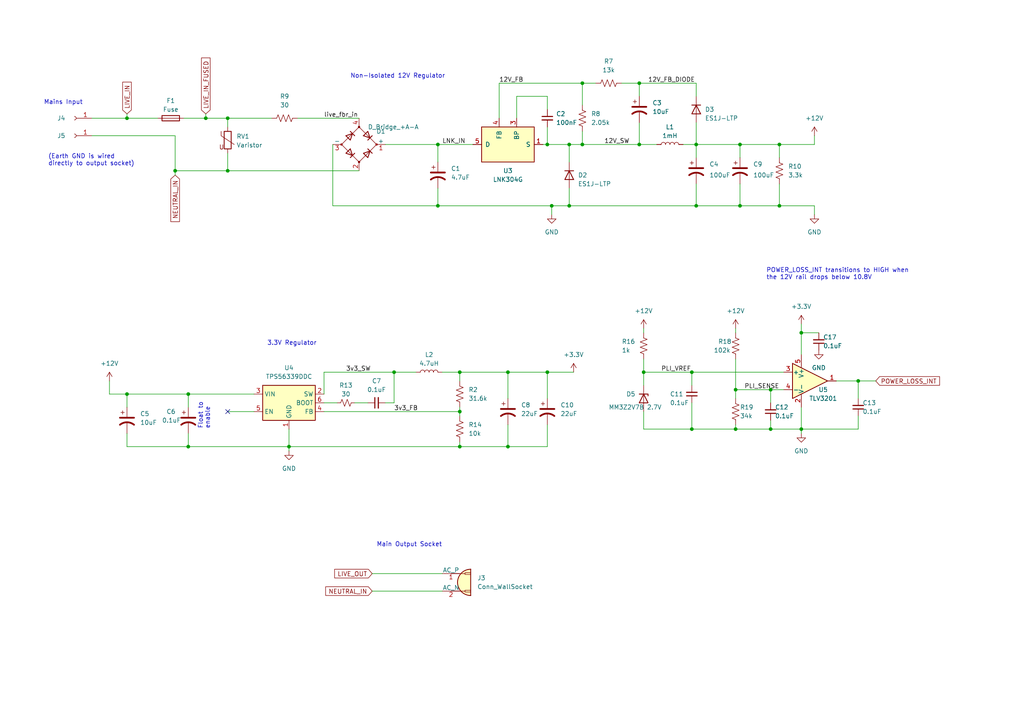
<source format=kicad_sch>
(kicad_sch (version 20230121) (generator eeschema)
  (paper "A4")
  (lib_symbols
    (symbol "Connector:Conn_01x01_Socket" (pin_names (offset 1.016) hide)
      (property "Reference" "J" (at 0 2.54 0))
      (property "Value" "Conn_01x01_Socket" (at 0 -2.54 0))
      (symbol "Conn_01x01_Socket_1_1"
        (polyline (pts (xy -1.27 0) (xy -0.508 0)) (stroke (width 0.1524)))
        (arc (start 0 0.508) (mid -0.5058 0) (end 0 -0.508) (stroke (width 0.1524)))
        (pin passive line (at -5.08 0 0) (length 3.81) (name "Pin_1") (number "1"))
      )
    )
    (symbol "Connector:Conn_WallSocket" (pin_names (offset 0))
      (property "Reference" "J" (at 1.27 4.445 0))
      (property "Value" "Conn_WallSocket" (at 5.08 0 90))
      (symbol "Conn_WallSocket_0_1"
        (polyline (pts (xy 1.524 -2.54) (xy -2.54 -2.54)))
        (polyline (pts (xy 1.524 2.54) (xy -2.54 2.54)))
        (polyline (pts (xy 3.175 -3.81) (xy 3.175 3.81)) (stroke (width 0.254)))
        (rectangle (start 3.175 -2.794) (end 1.524 -2.286))
        (rectangle (start 3.175 2.286) (end 1.524 2.794))
        (arc (start 3.175 3.81) (mid -0.6184 0) (end 3.175 -3.81) (stroke (width 0.254)) (fill (type background)))
      )
      (symbol "Conn_WallSocket_1_1"
        (pin power_in line (at -5.08 2.54 0) (length 5.08) (name "AC_P") (number "1"))
        (pin power_in line (at -5.08 -2.54 0) (length 5.08) (name "AC_N") (number "2"))
      )
    )
    (symbol "Device:C_Polarized_US" (pin_numbers hide) (pin_names (offset 0.254) hide)
      (property "Reference" "C" (at 0.635 2.54 0))
      (property "Value" "C_Polarized_US" (at 0.635 -2.54 0))
      (symbol "C_Polarized_US_0_1"
        (polyline (pts (xy -2.032 0.762) (xy 2.032 0.762)) (stroke (width 0.508)))
        (polyline (pts (xy -1.778 2.286) (xy -0.762 2.286)))
        (polyline (pts (xy -1.27 1.778) (xy -1.27 2.794)))
        (arc (start 2.032 -1.27) (mid 0 -0.5572) (end -2.032 -1.27) (stroke (width 0.508)))
      )
      (symbol "C_Polarized_US_1_1"
        (pin passive line (at 0 3.81 270) (length 2.794) (name "~") (number "1"))
        (pin passive line (at 0 -3.81 90) (length 3.302) (name "~") (number "2"))
      )
    )
    (symbol "Device:C_Small" (pin_numbers hide) (pin_names (offset 0.254) hide)
      (property "Reference" "C" (at 0.254 1.778 0))
      (property "Value" "C_Small" (at 0.254 -2.032 0))
      (symbol "C_Small_0_1"
        (polyline (pts (xy -1.524 -0.508) (xy 1.524 -0.508)) (stroke (width 0.3302)))
        (polyline (pts (xy -1.524 0.508) (xy 1.524 0.508)) (stroke (width 0.3048)))
      )
      (symbol "C_Small_1_1"
        (pin passive line (at 0 2.54 270) (length 2.032) (name "~") (number "1"))
        (pin passive line (at 0 -2.54 90) (length 2.032) (name "~") (number "2"))
      )
    )
    (symbol "Device:D" (pin_numbers hide) (pin_names (offset 1.016) hide)
      (property "Reference" "D" (at 0 2.54 0))
      (property "Value" "D" (at 0 -2.54 0))
      (symbol "D_0_1"
        (polyline (pts (xy -1.27 1.27) (xy -1.27 -1.27)) (stroke (width 0.254)))
        (polyline (pts (xy 1.27 0) (xy -1.27 0)))
        (polyline (pts (xy 1.27 1.27) (xy 1.27 -1.27) (xy -1.27 0) (xy 1.27 1.27)) (stroke (width 0.254)))
      )
      (symbol "D_1_1"
        (pin passive line (at -3.81 0 0) (length 2.54) (name "K") (number "1"))
        (pin passive line (at 3.81 0 180) (length 2.54) (name "A") (number "2"))
      )
    )
    (symbol "Device:D_Bridge_+A-A" (pin_names (offset 0))
      (property "Reference" "D" (at 2.54 6.985 0))
      (property "Value" "D_Bridge_+A-A" (at 2.54 5.08 0))
      (symbol "D_Bridge_+A-A_0_1"
        (circle (center -5.08 0) (radius 0.254) (fill (type outline)))
        (circle (center 0 -5.08) (radius 0.254) (fill (type outline)))
        (polyline (pts (xy -2.54 3.81) (xy -1.27 2.54)) (stroke (width 0.254)))
        (polyline (pts (xy -1.27 -2.54) (xy -2.54 -3.81)) (stroke (width 0.254)))
        (polyline (pts (xy 2.54 -1.27) (xy 3.81 -2.54)) (stroke (width 0.254)))
        (polyline (pts (xy 2.54 1.27) (xy 3.81 2.54)) (stroke (width 0.254)))
        (polyline (pts (xy -3.81 2.54) (xy -2.54 1.27) (xy -1.905 3.175) (xy -3.81 2.54)) (stroke (width 0.254)))
        (polyline (pts (xy -2.54 -1.27) (xy -3.81 -2.54) (xy -1.905 -3.175) (xy -2.54 -1.27)) (stroke (width 0.254)))
        (polyline (pts (xy 1.27 2.54) (xy 2.54 3.81) (xy 3.175 1.905) (xy 1.27 2.54)) (stroke (width 0.254)))
        (polyline (pts (xy 3.175 -1.905) (xy 1.27 -2.54) (xy 2.54 -3.81) (xy 3.175 -1.905)) (stroke (width 0.254)))
        (polyline (pts (xy -5.08 0) (xy 0 -5.08) (xy 5.08 0) (xy 0 5.08) (xy -5.08 0)))
        (circle (center 0 5.08) (radius 0.254) (fill (type outline)))
        (circle (center 5.08 0) (radius 0.254) (fill (type outline)))
      )
      (symbol "D_Bridge_+A-A_1_1"
        (pin passive line (at 7.62 0 180) (length 2.54) (name "+") (number "1"))
        (pin passive line (at 0 -7.62 90) (length 2.54) (name "~") (number "2"))
        (pin passive line (at -7.62 0 0) (length 2.54) (name "-") (number "3"))
        (pin passive line (at 0 7.62 270) (length 2.54) (name "~") (number "4"))
      )
    )
    (symbol "Device:D_Zener" (pin_numbers hide) (pin_names (offset 1.016) hide)
      (property "Reference" "D" (at 0 2.54 0))
      (property "Value" "D_Zener" (at 0 -2.54 0))
      (symbol "D_Zener_0_1"
        (polyline (pts (xy 1.27 0) (xy -1.27 0)))
        (polyline (pts (xy -1.27 -1.27) (xy -1.27 1.27) (xy -0.762 1.27)) (stroke (width 0.254)))
        (polyline (pts (xy 1.27 -1.27) (xy 1.27 1.27) (xy -1.27 0) (xy 1.27 -1.27)) (stroke (width 0.254)))
      )
      (symbol "D_Zener_1_1"
        (pin passive line (at -3.81 0 0) (length 2.54) (name "K") (number "1"))
        (pin passive line (at 3.81 0 180) (length 2.54) (name "A") (number "2"))
      )
    )
    (symbol "Device:Fuse" (pin_numbers hide) (pin_names (offset 0))
      (property "Reference" "F" (at 2.032 0 90))
      (property "Value" "Fuse" (at -1.905 0 90))
      (symbol "Fuse_0_1"
        (rectangle (start -0.762 -2.54) (end 0.762 2.54) (stroke (width 0.254)))
        (polyline (pts (xy 0 2.54) (xy 0 -2.54)))
      )
      (symbol "Fuse_1_1"
        (pin passive line (at 0 3.81 270) (length 1.27) (name "~") (number "1"))
        (pin passive line (at 0 -3.81 90) (length 1.27) (name "~") (number "2"))
      )
    )
    (symbol "Device:L" (pin_numbers hide) (pin_names (offset 1.016) hide)
      (property "Reference" "L" (at -1.27 0 90))
      (property "Value" "L" (at 1.905 0 90))
      (symbol "L_0_1"
        (arc (start 0 -2.54) (mid 0.6323 -1.905) (end 0 -1.27))
        (arc (start 0 -1.27) (mid 0.6323 -0.635) (end 0 0))
        (arc (start 0 0) (mid 0.6323 0.635) (end 0 1.27))
        (arc (start 0 1.27) (mid 0.6323 1.905) (end 0 2.54))
      )
      (symbol "L_1_1"
        (pin passive line (at 0 3.81 270) (length 1.27) (name "1") (number "1"))
        (pin passive line (at 0 -3.81 90) (length 1.27) (name "2") (number "2"))
      )
    )
    (symbol "Device:R_Small_US" (pin_numbers hide) (pin_names (offset 0.254) hide)
      (property "Reference" "R" (at 0.762 0.508 0))
      (property "Value" "R_Small_US" (at 0.762 -1.016 0))
      (symbol "R_Small_US_1_1"
        (polyline (pts (xy 0 0) (xy 1.016 -0.381) (xy 0 -0.762) (xy -1.016 -1.143) (xy 0 -1.524)))
        (polyline (pts (xy 0 1.524) (xy 1.016 1.143) (xy 0 0.762) (xy -1.016 0.381) (xy 0 0)))
        (pin passive line (at 0 2.54 270) (length 1.016) (name "~") (number "1"))
        (pin passive line (at 0 -2.54 90) (length 1.016) (name "~") (number "2"))
      )
    )
    (symbol "Device:R_US" (pin_numbers hide) (pin_names (offset 0))
      (property "Reference" "R" (at 2.54 0 90))
      (property "Value" "R_US" (at -2.54 0 90))
      (symbol "R_US_0_1"
        (polyline (pts (xy 0 -2.286) (xy 0 -2.54)))
        (polyline (pts (xy 0 2.286) (xy 0 2.54)))
        (polyline (pts (xy 0 -0.762) (xy 1.016 -1.143) (xy 0 -1.524) (xy -1.016 -1.905) (xy 0 -2.286)))
        (polyline (pts (xy 0 0.762) (xy 1.016 0.381) (xy 0 0) (xy -1.016 -0.381) (xy 0 -0.762)))
        (polyline (pts (xy 0 2.286) (xy 1.016 1.905) (xy 0 1.524) (xy -1.016 1.143) (xy 0 0.762)))
      )
      (symbol "R_US_1_1"
        (pin passive line (at 0 3.81 270) (length 1.27) (name "~") (number "1"))
        (pin passive line (at 0 -3.81 90) (length 1.27) (name "~") (number "2"))
      )
    )
    (symbol "Device:Varistor" (pin_numbers hide) (pin_names (offset 0))
      (property "Reference" "RV" (at 3.175 0 90))
      (property "Value" "Varistor" (at -3.175 0 90))
      (symbol "Varistor_0_0"
        (text "U" (at -1.778 -2.032 0) (effects (font (size 1.27 1.27))))
      )
      (symbol "Varistor_0_1"
        (rectangle (start -1.016 -2.54) (end 1.016 2.54) (stroke (width 0.254)))
        (polyline (pts (xy -1.905 2.54) (xy -1.905 1.27) (xy 1.905 -1.27)))
      )
      (symbol "Varistor_1_1"
        (pin passive line (at 0 3.81 270) (length 1.27) (name "~") (number "1"))
        (pin passive line (at 0 -3.81 90) (length 1.27) (name "~") (number "2"))
      )
    )
    (symbol "Regulator_Switching:LNK304G" (pin_names (offset 1.016))
      (property "Reference" "U" (at 0 -6.35 0))
      (property "Value" "LNK304G" (at 0 -8.89 0))
      (symbol "LNK304G_0_1"
        (rectangle (start -7.62 5.08) (end 7.62 -5.08) (stroke (width 0.254)) (fill (type background)))
      )
      (symbol "LNK304G_1_1"
        (pin power_in line (at 10.16 0 180) (length 2.54) (name "S") (number "1"))
        (pin passive line (at 10.16 0 180) (length 2.54) hide (name "S") (number "2"))
        (pin input line (at 2.54 7.62 270) (length 2.54) (name "BP") (number "3"))
        (pin input line (at -2.54 7.62 270) (length 2.54) (name "FB") (number "4"))
        (pin open_collector line (at -10.16 0 0) (length 2.54) (name "D") (number "5"))
        (pin passive line (at 10.16 0 180) (length 2.54) hide (name "S") (number "7"))
        (pin passive line (at 10.16 0 180) (length 2.54) hide (name "S") (number "8"))
      )
    )
    (symbol "Regulator_Switching:TPS56339DDC"
      (property "Reference" "U" (at -7.62 6.35 0))
      (property "Value" "TPS56339DDC" (at -2.54 6.35 0))
      (symbol "TPS56339DDC_0_1"
        (rectangle (start -7.62 5.08) (end 7.62 -5.08) (stroke (width 0.254)) (fill (type background)))
      )
      (symbol "TPS56339DDC_1_1"
        (pin power_in line (at 0 -7.62 90) (length 2.54) (name "GND") (number "1"))
        (pin power_out line (at 10.16 2.54 180) (length 2.54) (name "SW") (number "2"))
        (pin power_in line (at -10.16 2.54 0) (length 2.54) (name "VIN") (number "3"))
        (pin input line (at 10.16 -2.54 180) (length 2.54) (name "FB") (number "4"))
        (pin input line (at -10.16 -2.54 0) (length 2.54) (name "EN") (number "5"))
        (pin passive line (at 10.16 0 180) (length 2.54) (name "BOOT") (number "6"))
      )
    )
    (symbol "comparators_sps:TLV3201" (pin_names (offset 0.127))
      (property "Reference" "U" (at 0 5.08 0))
      (property "Value" "TLV3201" (at 0 -5.08 0))
      (symbol "TLV3201_0_1"
        (polyline (pts (xy -5.08 5.08) (xy 5.08 0) (xy -5.08 -5.08) (xy -5.08 5.08)) (stroke (width 0.254)) (fill (type background)))
        (pin power_in line (at -2.54 -7.62 90) (length 3.81) (name "V-") (number "2"))
        (pin power_in line (at -2.54 7.62 270) (length 3.81) (name "V+") (number "5"))
      )
      (symbol "TLV3201_1_1"
        (pin output line (at 7.62 0 180) (length 2.54) (name "~") (number "1"))
        (pin input line (at -7.62 2.54 0) (length 2.54) (name "+") (number "3"))
        (pin input line (at -7.62 -2.54 0) (length 2.54) (name "-") (number "4"))
      )
    )
    (symbol "power:+12V" (power) (pin_names (offset 0))
      (property "Value" "+12V" (at 0 3.556 0))
      (symbol "+12V_0_1"
        (polyline (pts (xy -0.762 1.27) (xy 0 2.54)))
        (polyline (pts (xy 0 0) (xy 0 2.54)))
        (polyline (pts (xy 0 2.54) (xy 0.762 1.27)))
      )
      (symbol "+12V_1_1"
        (pin power_in line (at 0 0 90) (length 0) hide (name "+12V") (number "1"))
      )
    )
    (symbol "power:+3.3V" (power) (pin_names (offset 0))
      (property "Value" "+3.3V" (at 0 3.556 0))
      (symbol "+3.3V_0_1"
        (polyline (pts (xy -0.762 1.27) (xy 0 2.54)))
        (polyline (pts (xy 0 0) (xy 0 2.54)))
        (polyline (pts (xy 0 2.54) (xy 0.762 1.27)))
      )
      (symbol "+3.3V_1_1"
        (pin power_in line (at 0 0 90) (length 0) hide (name "+3.3V") (number "1"))
      )
    )
    (symbol "power:GND" (power) (pin_names (offset 0))
      (property "Value" "GND" (at 0 -3.81 0))
      (symbol "GND_0_1"
        (polyline (pts (xy 0 0) (xy 0 -1.27) (xy 1.27 -1.27) (xy 0 -2.54) (xy -1.27 -1.27) (xy 0 -1.27)))
      )
      (symbol "GND_1_1"
        (pin power_in line (at 0 0 270) (length 0) hide (name "GND") (number "1"))
      )
    )
  )
  (junction (at 59.69 34.29))
  (junction (at 114.3 107.95))
  (junction (at 147.32 107.95))
  (junction (at 54.61 114.3))
  (junction (at 147.32 129.54))
  (junction (at 226.06 59.69))
  (junction (at 127 59.69))
  (junction (at 223.52 124.46))
  (junction (at 185.42 24.13))
  (junction (at 186.69 107.95))
  (junction (at 201.93 59.69))
  (junction (at 158.75 41.91))
  (junction (at 54.61 129.54))
  (junction (at 200.66 124.46))
  (junction (at 127 41.91))
  (junction (at 133.35 119.38))
  (junction (at 158.75 107.95))
  (junction (at 83.82 129.54))
  (junction (at 214.63 59.69))
  (junction (at 165.1 41.91))
  (junction (at 133.35 129.54))
  (junction (at 200.66 107.95))
  (junction (at 36.83 34.29))
  (junction (at 232.41 96.52))
  (junction (at 213.36 113.03))
  (junction (at 185.42 41.91))
  (junction (at 168.91 41.91))
  (junction (at 160.02 59.69))
  (junction (at 50.8 49.53))
  (junction (at 223.52 113.03))
  (junction (at 36.83 114.3))
  (junction (at 248.92 110.49))
  (junction (at 232.41 124.46))
  (junction (at 214.63 41.91))
  (junction (at 168.91 24.13))
  (junction (at 226.06 41.91))
  (junction (at 165.1 59.69))
  (junction (at 66.04 34.29))
  (junction (at 133.35 107.95))
  (junction (at 66.04 49.53))
  (junction (at 201.93 41.91))
  (junction (at 213.36 124.46))
  (no_connect (at 66.04 119.38))
  (wire (pts (xy 127 59.69) (xy 160.02 59.69)))
  (wire (pts (xy 168.91 24.13) (xy 172.72 24.13)))
  (wire (pts (xy 114.3 107.95) (xy 120.65 107.95)))
  (wire (pts (xy 165.1 59.69) (xy 201.93 59.69)))
  (wire (pts (xy 36.83 114.3) (xy 36.83 118.11)))
  (wire (pts (xy 223.52 121.92) (xy 223.52 124.46)))
  (wire (pts (xy 214.63 59.69) (xy 226.06 59.69)))
  (wire (pts (xy 213.36 95.25) (xy 213.36 96.52)))
  (wire (pts (xy 214.63 41.91) (xy 226.06 41.91)))
  (wire (pts (xy 144.78 24.13) (xy 144.78 34.29)))
  (wire (pts (xy 133.35 107.95) (xy 133.35 110.49)))
  (wire (pts (xy 168.91 41.91) (xy 185.42 41.91)))
  (wire (pts (xy 54.61 114.3) (xy 73.66 114.3)))
  (wire (pts (xy 201.93 59.69) (xy 214.63 59.69)))
  (wire (pts (xy 66.04 49.53) (xy 104.14 49.53)))
  (wire (pts (xy 160.02 59.69) (xy 160.02 62.23)))
  (wire (pts (xy 111.76 116.84) (xy 114.3 116.84)))
  (wire (pts (xy 213.36 113.03) (xy 223.52 113.03)))
  (wire (pts (xy 180.34 24.13) (xy 185.42 24.13)))
  (wire (pts (xy 93.98 114.3) (xy 93.98 107.95)))
  (wire (pts (xy 214.63 53.34) (xy 214.63 59.69)))
  (wire (pts (xy 53.34 34.29) (xy 59.69 34.29)))
  (wire (pts (xy 128.27 107.95) (xy 133.35 107.95)))
  (wire (pts (xy 236.22 39.37) (xy 236.22 41.91)))
  (wire (pts (xy 200.66 124.46) (xy 213.36 124.46)))
  (wire (pts (xy 111.76 41.91) (xy 127 41.91)))
  (wire (pts (xy 201.93 41.91) (xy 201.93 45.72)))
  (wire (pts (xy 158.75 41.91) (xy 165.1 41.91)))
  (wire (pts (xy 133.35 118.11) (xy 133.35 119.38)))
  (wire (pts (xy 213.36 104.14) (xy 213.36 113.03)))
  (wire (pts (xy 186.69 95.25) (xy 186.69 96.52)))
  (wire (pts (xy 50.8 49.53) (xy 50.8 39.37)))
  (wire (pts (xy 36.83 114.3) (xy 31.75 114.3)))
  (wire (pts (xy 186.69 107.95) (xy 186.69 111.76)))
  (wire (pts (xy 232.41 124.46) (xy 232.41 125.73)))
  (wire (pts (xy 200.66 116.84) (xy 200.66 124.46)))
  (wire (pts (xy 147.32 107.95) (xy 158.75 107.95)))
  (wire (pts (xy 96.52 41.91) (xy 96.52 59.69)))
  (wire (pts (xy 186.69 124.46) (xy 200.66 124.46)))
  (wire (pts (xy 93.98 116.84) (xy 97.79 116.84)))
  (wire (pts (xy 86.36 34.29) (xy 104.14 34.29)))
  (wire (pts (xy 248.92 110.49) (xy 254 110.49)))
  (wire (pts (xy 66.04 34.29) (xy 66.04 36.83)))
  (wire (pts (xy 93.98 119.38) (xy 133.35 119.38)))
  (wire (pts (xy 223.52 113.03) (xy 223.52 116.84)))
  (wire (pts (xy 102.87 116.84) (xy 106.68 116.84)))
  (wire (pts (xy 198.12 41.91) (xy 201.93 41.91)))
  (wire (pts (xy 200.66 107.95) (xy 200.66 111.76)))
  (wire (pts (xy 223.52 113.03) (xy 227.33 113.03)))
  (wire (pts (xy 66.04 34.29) (xy 78.74 34.29)))
  (wire (pts (xy 165.1 54.61) (xy 165.1 59.69)))
  (wire (pts (xy 223.52 124.46) (xy 232.41 124.46)))
  (wire (pts (xy 165.1 41.91) (xy 168.91 41.91)))
  (wire (pts (xy 83.82 129.54) (xy 133.35 129.54)))
  (wire (pts (xy 158.75 27.94) (xy 149.86 27.94)))
  (wire (pts (xy 26.67 34.29) (xy 36.83 34.29)))
  (wire (pts (xy 242.57 110.49) (xy 248.92 110.49)))
  (wire (pts (xy 232.41 96.52) (xy 232.41 102.87)))
  (wire (pts (xy 96.52 59.69) (xy 127 59.69)))
  (wire (pts (xy 149.86 27.94) (xy 149.86 34.29)))
  (wire (pts (xy 200.66 107.95) (xy 227.33 107.95)))
  (wire (pts (xy 226.06 41.91) (xy 236.22 41.91)))
  (wire (pts (xy 83.82 129.54) (xy 83.82 130.81)))
  (wire (pts (xy 186.69 104.14) (xy 186.69 107.95)))
  (wire (pts (xy 232.41 118.11) (xy 232.41 124.46)))
  (wire (pts (xy 168.91 24.13) (xy 144.78 24.13)))
  (wire (pts (xy 158.75 123.19) (xy 158.75 129.54)))
  (wire (pts (xy 127 41.91) (xy 137.16 41.91)))
  (wire (pts (xy 165.1 41.91) (xy 165.1 46.99)))
  (wire (pts (xy 160.02 59.69) (xy 165.1 59.69)))
  (wire (pts (xy 54.61 125.73) (xy 54.61 129.54)))
  (wire (pts (xy 26.67 39.37) (xy 50.8 39.37)))
  (wire (pts (xy 168.91 24.13) (xy 168.91 30.48)))
  (wire (pts (xy 66.04 34.29) (xy 59.69 34.29)))
  (wire (pts (xy 158.75 36.83) (xy 158.75 41.91)))
  (wire (pts (xy 127 54.61) (xy 127 59.69)))
  (wire (pts (xy 107.95 166.37) (xy 128.27 166.37)))
  (wire (pts (xy 213.36 124.46) (xy 213.36 123.19)))
  (wire (pts (xy 226.06 41.91) (xy 226.06 45.72)))
  (wire (pts (xy 54.61 114.3) (xy 54.61 118.11)))
  (wire (pts (xy 147.32 129.54) (xy 158.75 129.54)))
  (wire (pts (xy 201.93 41.91) (xy 214.63 41.91)))
  (wire (pts (xy 201.93 59.69) (xy 201.93 53.34)))
  (wire (pts (xy 83.82 124.46) (xy 83.82 129.54)))
  (wire (pts (xy 213.36 113.03) (xy 213.36 115.57)))
  (wire (pts (xy 168.91 38.1) (xy 168.91 41.91)))
  (wire (pts (xy 248.92 124.46) (xy 232.41 124.46)))
  (wire (pts (xy 36.83 114.3) (xy 54.61 114.3)))
  (wire (pts (xy 201.93 27.94) (xy 201.93 24.13)))
  (wire (pts (xy 158.75 31.75) (xy 158.75 27.94)))
  (wire (pts (xy 133.35 128.27) (xy 133.35 129.54)))
  (wire (pts (xy 185.42 24.13) (xy 185.42 27.94)))
  (wire (pts (xy 50.8 49.53) (xy 50.8 50.8)))
  (wire (pts (xy 107.95 171.45) (xy 128.27 171.45)))
  (wire (pts (xy 147.32 107.95) (xy 133.35 107.95)))
  (wire (pts (xy 248.92 120.65) (xy 248.92 124.46)))
  (wire (pts (xy 236.22 59.69) (xy 236.22 62.23)))
  (wire (pts (xy 158.75 107.95) (xy 158.75 115.57)))
  (wire (pts (xy 36.83 33.02) (xy 36.83 34.29)))
  (wire (pts (xy 213.36 124.46) (xy 223.52 124.46)))
  (wire (pts (xy 54.61 129.54) (xy 83.82 129.54)))
  (wire (pts (xy 147.32 115.57) (xy 147.32 107.95)))
  (wire (pts (xy 36.83 129.54) (xy 54.61 129.54)))
  (wire (pts (xy 147.32 123.19) (xy 147.32 129.54)))
  (wire (pts (xy 73.66 119.38) (xy 66.04 119.38)))
  (wire (pts (xy 232.41 93.98) (xy 232.41 96.52)))
  (wire (pts (xy 36.83 125.73) (xy 36.83 129.54)))
  (wire (pts (xy 232.41 96.52) (xy 237.49 96.52)))
  (wire (pts (xy 248.92 110.49) (xy 248.92 115.57)))
  (wire (pts (xy 201.93 24.13) (xy 185.42 24.13)))
  (wire (pts (xy 127 41.91) (xy 127 46.99)))
  (wire (pts (xy 50.8 49.53) (xy 66.04 49.53)))
  (wire (pts (xy 59.69 33.02) (xy 59.69 34.29)))
  (wire (pts (xy 186.69 119.38) (xy 186.69 124.46)))
  (wire (pts (xy 133.35 119.38) (xy 133.35 120.65)))
  (wire (pts (xy 185.42 35.56) (xy 185.42 41.91)))
  (wire (pts (xy 157.48 41.91) (xy 158.75 41.91)))
  (wire (pts (xy 201.93 35.56) (xy 201.93 41.91)))
  (wire (pts (xy 158.75 107.95) (xy 166.37 107.95)))
  (wire (pts (xy 186.69 107.95) (xy 200.66 107.95)))
  (wire (pts (xy 31.75 110.49) (xy 31.75 114.3)))
  (wire (pts (xy 147.32 129.54) (xy 133.35 129.54)))
  (wire (pts (xy 66.04 44.45) (xy 66.04 49.53)))
  (wire (pts (xy 93.98 107.95) (xy 114.3 107.95)))
  (wire (pts (xy 185.42 41.91) (xy 190.5 41.91)))
  (wire (pts (xy 214.63 41.91) (xy 214.63 45.72)))
  (wire (pts (xy 226.06 53.34) (xy 226.06 59.69)))
  (wire (pts (xy 114.3 116.84) (xy 114.3 107.95)))
  (wire (pts (xy 36.83 34.29) (xy 45.72 34.29)))
  (wire (pts (xy 226.06 59.69) (xy 236.22 59.69)))
  (text "Main Output Socket" (at 109.22 158.75 0) (effects (font (size 1.27 1.27)) (justify left bottom)))
  (text "(Earth GND is wired \ndirectly to output socket)" (at 13.97 48.26 0) (effects (font (size 1.27 1.27)) (justify left bottom)))
  (text "Mains Input" (at 12.7 30.48 0) (effects (font (size 1.27 1.27)) (justify left bottom)))
  (text "Non-Isolated 12V Regulator" (at 101.6 22.86 0) (effects (font (size 1.27 1.27)) (justify left bottom)))
  (text "3.3V Regulator" (at 77.47 100.33 0) (effects (font (size 1.27 1.27)) (justify left bottom)))
  (text "Float to\nenable" (at 60.96 124.46 90) (effects (font (size 1.27 1.27)) (justify left bottom)))
  (text "POWER_LOSS_INT transitions to HIGH when \nthe 12V rail drops below 10.8V" (at 222.25 81.28 0) (effects (font (size 1.27 1.27)) (justify left bottom)))
  (label "3v3_SW" (at 100.33 107.95 0))
  (label "PLI_SENSE" (at 215.9 113.03 0))
  (label "PLI_VREF" (at 191.77 107.95 0))
  (label "LNK_IN" (at 128.27 41.91 0))
  (label "12V_SW" (at 175.26 41.91 0))
  (label "3v3_FB" (at 114.3 119.38 0))
  (label "12V_FB" (at 144.78 24.13 0))
  (label "live_fbr_in" (at 93.98 34.29 0))
  (label "12V_FB_DIODE" (at 187.96 24.13 0))
  (global_label "LIVE_IN_FUSED" (shape input) (at 59.69 33.02 90) (property "Intersheetrefs" "${INTERSHEET_REFS}" (effects hide)))
  (global_label "LIVE_IN" (shape input) (at 36.83 33.02 90) (property "Intersheetrefs" "${INTERSHEET_REFS}" (effects hide)))
  (global_label "NEUTRAL_IN" (shape input) (at 107.95 171.45 180) (property "Intersheetrefs" "${INTERSHEET_REFS}" (effects hide)))
  (global_label "LIVE_OUT" (shape input) (at 107.95 166.37 180) (property "Intersheetrefs" "${INTERSHEET_REFS}" (effects hide)))
  (global_label "NEUTRAL_IN" (shape input) (at 50.8 50.8 270) (property "Intersheetrefs" "${INTERSHEET_REFS}" (effects hide)))
  (global_label "POWER_LOSS_INT" (shape input) (at 254 110.49 0) (property "Intersheetrefs" "${INTERSHEET_REFS}" (effects hide)))
  (symbol (lib_id "Connector:Conn_WallSocket") (at 133.35 168.91 0) (unit 1)
    (property "Reference" "J3" (at 138.43 167.64 0) (effects (justify left)))
    (property "Value" "Conn_WallSocket" (at 138.43 170.18 0) (effects (justify left)))
    (property "Footprint" "Connector_JST:JST_VH_B2P-VH-B_1x02_P3.96mm_Vertical" (effects hide))
  )
  (symbol (lib_id "power:+12V") (at 31.75 110.49 0) (unit 1)
    (property "Reference" "#PWR07" (effects hide))
    (property "Value" "+12V" (at 31.75 105.41 0))
    (instances (project "lightlink" (path "" (reference "#PWR07") (unit 1)) (path "" (reference "#PWR016") (unit 1))))
  )
  (symbol (lib_id "Connector:Conn_01x01_Socket") (at 21.59 34.29 180) (unit 1)
    (property "Reference" "J4" (at 17.78 34.29 0))
    (property "Value" "Conn_01x01_Socket" (effects hide))
    (property "Footprint" "connectors_sps:conn_harwin_S1941-46R" (effects hide))
  )
  (symbol (lib_id "Device:C_Polarized_US") (at 54.61 121.92 0) (unit 1)
    (property "Reference" "C6" (at 48.26 119.38 0) (effects (justify left)))
    (property "Value" "0.1uF" (at 46.99 121.92 0) (effects (justify left)))
    (property "Footprint" "Capacitor_SMD:C_0805_2012Metric_Pad1.18x1.45mm_HandSolder" (effects hide))
  )
  (symbol (lib_id "Regulator_Switching:LNK304G") (at 147.32 41.91 0) (unit 1)
    (property "Reference" "U3" (at 147.32 49.53 0))
    (property "Value" "LNK304G" (at 147.32 52.07 0))
    (property "Footprint" "Package_DIP:PowerIntegrations_SMD-8B" (effects hide))
    (property "Datasheet" "http://www.powerint.com/sites/default/files/product-docs/lnk302_304-306.pdf" (effects hide))
  )
  (symbol (lib_id "power:GND") (at 232.41 125.73 0) (unit 1)
    (property "Reference" "#PWR03" (effects hide))
    (property "Value" "GND" (at 232.41 130.81 0))
    (instances (project "lightlink" (path "" (reference "#PWR03") (unit 1)) (path "" (reference "#PWR04") (unit 1)) (path "" (reference "#PWR022") (unit 1))))
  )
  (symbol (lib_id "Device:C_Polarized_US") (at 201.93 49.53 0) (unit 1)
    (property "Reference" "C4" (at 205.74 47.625 0) (effects (justify left)))
    (property "Value" "100uF" (at 205.74 50.8 0) (effects (justify left)))
    (property "Footprint" "Capacitor_SMD:CP_Elec_6.3x7.7" (effects hide))
    (property "Voltage" "35V" (effects hide))
  )
  (symbol (lib_id "Device:C_Polarized_US") (at 158.75 119.38 0) (unit 1)
    (property "Reference" "C10" (at 162.56 117.475 0) (effects (justify left)))
    (property "Value" "22uF" (at 162.56 120.015 0) (effects (justify left)))
    (property "Footprint" "Capacitor_SMD:C_0805_2012Metric_Pad1.18x1.45mm_HandSolder" (effects hide))
  )
  (symbol (lib_id "Device:C_Polarized_US") (at 127 50.8 0) (unit 1)
    (property "Reference" "C1" (at 130.81 48.895 0) (effects (justify left)))
    (property "Value" "4.7uF" (at 130.81 51.435 0) (effects (justify left)))
    (property "Footprint" "Capacitor_THT:CP_Radial_D8.0mm_P5.00mm" (effects hide))
  )
  (symbol (lib_id "Device:C_Polarized_US") (at 147.32 119.38 0) (unit 1)
    (property "Reference" "C8" (at 151.13 117.475 0) (effects (justify left)))
    (property "Value" "22uF" (at 151.13 120.015 0) (effects (justify left)))
    (property "Footprint" "Capacitor_SMD:C_0805_2012Metric_Pad1.18x1.45mm_HandSolder" (effects hide))
  )
  (symbol (lib_id "Device:R_US") (at 226.06 49.53 0) (unit 1)
    (property "Reference" "R10" (at 228.6 48.26 0) (effects (justify left)))
    (property "Value" "3.3k" (at 228.6 50.8 0) (effects (justify left)))
    (property "Footprint" "Capacitor_SMD:C_0805_2012Metric_Pad1.18x1.45mm_HandSolder" (effects hide))
  )
  (symbol (lib_id "Device:C_Small") (at 223.52 119.38 180) (unit 1)
    (property "Reference" "C12" (at 224.79 118.11 0) (effects (justify right)))
    (property "Value" "0.1uF" (at 224.79 120.65 0) (effects (justify right)))
    (property "Footprint" "Capacitor_SMD:C_0805_2012Metric_Pad1.18x1.45mm_HandSolder" (effects hide))
  )
  (symbol (lib_id "power:+12V") (at 213.36 95.25 0) (unit 1)
    (property "Reference" "#PWR07" (effects hide))
    (property "Value" "+12V" (at 213.36 90.17 0))
    (instances (project "lightlink" (path "" (reference "#PWR07") (unit 1)) (path "" (reference "#PWR025") (unit 1))))
  )
  (symbol (lib_id "Device:C_Small") (at 200.66 114.3 180) (unit 1)
    (property "Reference" "C11" (at 194.31 114.3 0) (effects (justify right)))
    (property "Value" "0.1uF" (at 194.31 116.84 0) (effects (justify right)))
    (property "Footprint" "Capacitor_SMD:C_0805_2012Metric_Pad1.18x1.45mm_HandSolder" (effects hide))
  )
  (symbol (lib_id "Device:R_US") (at 176.53 24.13 90) (unit 1)
    (property "Reference" "R7" (at 176.53 17.78 90))
    (property "Value" "13k" (at 176.53 20.32 90))
    (property "Footprint" "Capacitor_SMD:C_0805_2012Metric_Pad1.18x1.45mm_HandSolder" (effects hide))
  )
  (symbol (lib_id "Regulator_Switching:TPS56339DDC") (at 83.82 116.84 0) (unit 1)
    (property "Reference" "U4" (at 83.82 106.68 0))
    (property "Value" "TPS56339DDC" (at 83.82 109.22 0))
    (property "Footprint" "Package_TO_SOT_SMD:SOT-23-6" (effects hide))
    (property "Datasheet" "https://www.ti.com/lit/ds/symlink/tps56339.pdf" (effects hide))
  )
  (symbol (lib_id "Device:D") (at 165.1 50.8 270) (unit 1)
    (property "Reference" "D2" (at 167.64 50.8 90) (effects (justify left)))
    (property "Value" "ES1J-LTP" (at 167.64 53.34 90) (effects (justify left)))
    (property "Footprint" "Diode_SMD:D_SMA_Handsoldering" (effects hide))
    (property "Sim.Device" "D" (effects hide))
    (property "Sim.Pins" "1=K 2=A" (effects hide))
    (property "part " "ES1J-LTP" (effects hide))
  )
  (symbol (lib_id "power:GND") (at 236.22 62.23 0) (unit 1)
    (property "Reference" "#PWR03" (effects hide))
    (property "Value" "GND" (at 236.22 67.31 0))
    (instances (project "lightlink" (path "" (reference "#PWR03") (unit 1)) (path "" (reference "#PWR04") (unit 1)) (path "" (reference "#PWR013") (unit 1))))
  )
  (symbol (lib_id "power:GND") (at 83.82 130.81 0) (unit 1)
    (property "Reference" "#PWR03" (effects hide))
    (property "Value" "GND" (at 83.82 135.89 0))
    (instances (project "lightlink" (path "" (reference "#PWR03") (unit 1)) (path "" (reference "#PWR04") (unit 1)) (path "" (reference "#PWR019") (unit 1))))
  )
  (symbol (lib_id "Device:L") (at 194.31 41.91 90) (unit 1)
    (property "Reference" "L1" (at 194.31 36.83 90))
    (property "Value" "1mH" (at 194.31 39.37 90))
    (property "Footprint" "Inductor_THT:L_Radial_D8.7mm_P5.00mm_Fastron_07HCP" (effects hide))
  )
  (symbol (lib_id "power:+12V") (at 186.69 95.25 0) (unit 1)
    (property "Reference" "#PWR07" (effects hide))
    (property "Value" "+12V" (at 186.69 90.17 0))
    (instances (project "lightlink" (path "" (reference "#PWR07") (unit 1)) (path "" (reference "#PWR021") (unit 1))))
  )
  (symbol (lib_id "comparators_sps:TLV3201") (at 234.95 110.49 0) (unit 1)
    (property "Reference" "U5" (at 238.76 113.03 0))
    (property "Value" "TLV3201" (at 238.76 115.57 0))
    (property "Footprint" "Package_TO_SOT_SMD:TSOT-23-5_HandSoldering" (effects hide))
  )
  (symbol (lib_id "power:+3.3V") (at 166.37 107.95 0) (unit 1)
    (property "Reference" "#PWR02" (effects hide))
    (property "Value" "+3.3V" (at 166.37 102.87 0))
    (instances (project "lightlink" (path "" (reference "#PWR02") (unit 1)) (path "" (reference "#PWR02") (unit 1)) (path "" (reference "#PWR020") (unit 1))))
  )
  (symbol (lib_id "Device:R_US") (at 82.55 34.29 90) (unit 1)
    (property "Reference" "R9" (at 82.55 27.94 90))
    (property "Value" "30" (at 82.55 30.48 90))
    (property "Footprint" "Resistor_THT:R_Axial_DIN0207_L6.3mm_D2.5mm_P2.54mm_Vertical" (effects hide))
    (property "Power" "1W" (effects hide))
  )
  (symbol (lib_id "Device:Varistor") (at 66.04 40.64 0) (unit 1)
    (property "Reference" "RV1" (at 68.58 39.5633 0) (effects (justify left)))
    (property "Value" "Varistor" (at 68.58 42.1033 0) (effects (justify left)))
    (property "Footprint" "Varistor:RV_Disc_D7mm_W3.4mm_P5mm" (effects hide))
    (property "Sim.Name" "kicad_builtin_varistor" (effects hide))
    (property "Sim.Device" "SUBCKT" (effects hide))
    (property "Sim.Pins" "1=A 2=B" (effects hide))
    (property "Sim.Params" "threshold=1k" (effects hide))
    (property "Sim.Library" "${KICAD7_SYMBOL_DIR}/Simulation_SPICE.sp" (effects hide))
  )
  (symbol (lib_id "Device:C_Polarized_US") (at 36.83 121.92 0) (unit 1)
    (property "Reference" "C5" (at 40.64 120.015 0) (effects (justify left)))
    (property "Value" "10uF" (at 40.64 122.555 0) (effects (justify left)))
    (property "Footprint" "Capacitor_SMD:C_0805_2012Metric_Pad1.18x1.45mm_HandSolder" (effects hide))
  )
  (symbol (lib_id "Device:C_Small") (at 109.22 116.84 90) (unit 1)
    (property "Reference" "C7" (at 109.2263 110.49 90))
    (property "Value" "0.1uF" (at 109.2263 113.03 90))
    (property "Footprint" "Capacitor_SMD:C_0805_2012Metric_Pad1.18x1.45mm_HandSolder" (effects hide))
  )
  (symbol (lib_id "Device:R_US") (at 213.36 119.38 0) (unit 1)
    (property "Reference" "R19" (at 214.63 118.11 0) (effects (justify left)))
    (property "Value" "34k" (at 214.63 120.65 0) (effects (justify left)))
    (property "Footprint" "Capacitor_SMD:C_0805_2012Metric_Pad1.18x1.45mm_HandSolder" (effects hide))
  )
  (symbol (lib_id "Device:D_Zener") (at 186.69 115.57 270) (unit 1)
    (property "Reference" "D5" (at 181.61 114.3 90) (effects (justify left)))
    (property "Value" "MM3Z2V7B 2.7V" (at 176.53 118.11 90) (effects (justify left)))
    (property "Footprint" "Diode_SMD:D_SOD-323_HandSoldering" (effects hide))
    (property "Datasheet" "https://www.onsemi.com/pdf/datasheet/mm3z9v1b-d.pdf" (effects hide))
    (property "PN" "MM3Z2V7B" (effects hide))
  )
  (symbol (lib_id "Device:R_US") (at 186.69 100.33 0) (unit 1)
    (property "Reference" "R16" (at 180.34 99.06 0) (effects (justify left)))
    (property "Value" "1k" (at 180.34 101.6 0) (effects (justify left)))
    (property "Footprint" "Capacitor_SMD:C_0805_2012Metric_Pad1.18x1.45mm_HandSolder" (effects hide))
  )
  (symbol (lib_id "Device:D") (at 201.93 31.75 270) (unit 1)
    (property "Reference" "D3" (at 204.47 31.75 90) (effects (justify left)))
    (property "Value" "ES1J-LTP" (at 204.47 34.29 90) (effects (justify left)))
    (property "Footprint" "Diode_SMD:D_SMA_Handsoldering" (effects hide))
    (property "Sim.Device" "D" (effects hide))
    (property "Sim.Pins" "1=K 2=A" (effects hide))
  )
  (symbol (lib_id "Device:C_Small") (at 237.49 99.06 180) (unit 1)
    (property "Reference" "C17" (at 238.76 97.79 0) (effects (justify right)))
    (property "Value" "0.1uF" (at 238.76 100.33 0) (effects (justify right)))
    (property "Footprint" "Capacitor_SMD:C_0805_2012Metric_Pad1.18x1.45mm_HandSolder" (effects hide))
  )
  (symbol (lib_id "power:GND") (at 237.49 101.6 0) (unit 1)
    (property "Reference" "#PWR03" (effects hide))
    (property "Value" "GND" (at 237.49 106.68 0))
    (instances (project "lightlink" (path "" (reference "#PWR03") (unit 1)) (path "" (reference "#PWR04") (unit 1)) (path "" (reference "#PWR028") (unit 1))))
  )
  (symbol (lib_id "Device:R_US") (at 133.35 114.3 0) (unit 1)
    (property "Reference" "R2" (at 135.89 113.03 0) (effects (justify left)))
    (property "Value" "31.6k" (at 135.89 115.57 0) (effects (justify left)))
    (property "Footprint" "Capacitor_SMD:C_0805_2012Metric_Pad1.18x1.45mm_HandSolder" (effects hide))
  )
  (symbol (lib_id "Device:C_Small") (at 248.92 118.11 180) (unit 1)
    (property "Reference" "C13" (at 250.19 116.84 0) (effects (justify right)))
    (property "Value" "0.1uF" (at 250.19 119.38 0) (effects (justify right)))
    (property "Footprint" "Capacitor_SMD:C_0805_2012Metric_Pad1.18x1.45mm_HandSolder" (effects hide))
  )
  (symbol (lib_id "Device:R_US") (at 213.36 100.33 0) (unit 1)
    (property "Reference" "R18" (at 208.28 99.06 0) (effects (justify left)))
    (property "Value" "102k" (at 207.01 101.6 0) (effects (justify left)))
    (property "Footprint" "Capacitor_SMD:C_0805_2012Metric_Pad1.18x1.45mm_HandSolder" (effects hide))
  )
  (symbol (lib_id "Device:D_Bridge_+A-A") (at 104.14 41.91 0) (unit 1)
    (property "Reference" "D1" (at 110.49 38.1 0))
    (property "Value" "D_Bridge_+A-A" (at 106.68 36.83 0) (effects (justify left)))
    (property "Footprint" "q_packages_sps:SOPA-4" (effects hide))
  )
  (symbol (lib_id "Device:R_US") (at 168.91 34.29 0) (unit 1)
    (property "Reference" "R8" (at 171.45 33.02 0) (effects (justify left)))
    (property "Value" "2.05k" (at 171.45 35.56 0) (effects (justify left)))
    (property "Footprint" "Capacitor_SMD:C_0805_2012Metric_Pad1.18x1.45mm_HandSolder" (effects hide))
  )
  (symbol (lib_id "power:+3.3V") (at 232.41 93.98 0) (unit 1)
    (property "Reference" "#PWR02" (effects hide))
    (property "Value" "+3.3V" (at 232.41 88.9 0))
    (instances (project "lightlink" (path "" (reference "#PWR02") (unit 1)) (path "" (reference "#PWR02") (unit 1)) (path "" (reference "#PWR023") (unit 1))))
  )
  (symbol (lib_id "Device:L") (at 124.46 107.95 90) (unit 1)
    (property "Reference" "L2" (at 124.46 102.87 90))
    (property "Value" "4.7uH" (at 124.46 105.41 90))
    (property "Footprint" "inductors_sps:L_Bourns_SRN5040" (effects hide))
    (property "PN" "SRN5040-4R7M" (effects hide))
  )
  (symbol (lib_id "power:GND") (at 160.02 62.23 0) (unit 1)
    (property "Reference" "#PWR03" (effects hide))
    (property "Value" "GND" (at 160.02 67.31 0))
    (instances (project "lightlink" (path "" (reference "#PWR03") (unit 1)) (path "" (reference "#PWR04") (unit 1)) (path "" (reference "#PWR011") (unit 1))))
  )
  (symbol (lib_id "Device:C_Small") (at 158.75 34.29 0) (unit 1)
    (property "Reference" "C2" (at 161.29 33.0263 0) (effects (justify left)))
    (property "Value" "100nF" (at 161.29 35.5663 0) (effects (justify left)))
    (property "Footprint" "Capacitor_SMD:C_0805_2012Metric_Pad1.18x1.45mm_HandSolder" (effects hide))
  )
  (symbol (lib_id "Device:R_US") (at 133.35 124.46 0) (unit 1)
    (property "Reference" "R14" (at 135.89 123.19 0) (effects (justify left)))
    (property "Value" "10k" (at 135.89 125.73 0) (effects (justify left)))
    (property "Footprint" "Capacitor_SMD:C_0805_2012Metric_Pad1.18x1.45mm_HandSolder" (effects hide))
  )
  (symbol (lib_id "Device:C_Polarized_US") (at 214.63 49.53 0) (unit 1)
    (property "Reference" "C9" (at 218.44 47.625 0) (effects (justify left)))
    (property "Value" "100uF" (at 218.44 50.8 0) (effects (justify left)))
    (property "Footprint" "Capacitor_SMD:CP_Elec_6.3x7.7" (effects hide))
    (property "Voltage" "35V" (effects hide))
  )
  (symbol (lib_id "Connector:Conn_01x01_Socket") (at 21.59 39.37 180) (unit 1)
    (property "Reference" "J5" (at 17.78 39.37 0))
    (property "Value" "Conn_01x01_Socket" (effects hide))
    (property "Footprint" "connectors_sps:conn_harwin_S1941-46R" (effects hide))
  )
  (symbol (lib_id "Device:Fuse") (at 49.53 34.29 90) (unit 1)
    (property "Reference" "F1" (at 49.53 29.21 90))
    (property "Value" "Fuse" (at 49.53 31.75 90))
    (property "Footprint" "fuse_sps:fuseholder_20x5mm_keystone_4628" (effects hide))
  )
  (symbol (lib_id "Device:R_Small_US") (at 100.33 116.84 90) (unit 1)
    (property "Reference" "R13" (at 100.33 111.76 90))
    (property "Value" "30" (at 100.33 114.3 90))
    (property "Footprint" "Capacitor_SMD:C_0805_2012Metric_Pad1.18x1.45mm_HandSolder" (effects hide))
  )
  (symbol (lib_id "power:+12V") (at 236.22 39.37 0) (unit 1)
    (property "Reference" "#PWR07" (effects hide))
    (property "Value" "+12V" (at 236.22 34.29 0))
    (instances (project "lightlink" (path "" (reference "#PWR07") (unit 1)) (path "" (reference "#PWR012") (unit 1))))
  )
  (symbol (lib_id "Device:C_Polarized_US") (at 185.42 31.75 0) (unit 1)
    (property "Reference" "C3" (at 189.23 29.845 0) (effects (justify left)))
    (property "Value" "10uF" (at 189.23 32.385 0) (effects (justify left)))
    (property "Footprint" "Capacitor_SMD:C_0805_2012Metric_Pad1.18x1.45mm_HandSolder" (effects hide))
    (property "Voltage" "35V" (effects hide))
  )
)
</source>
